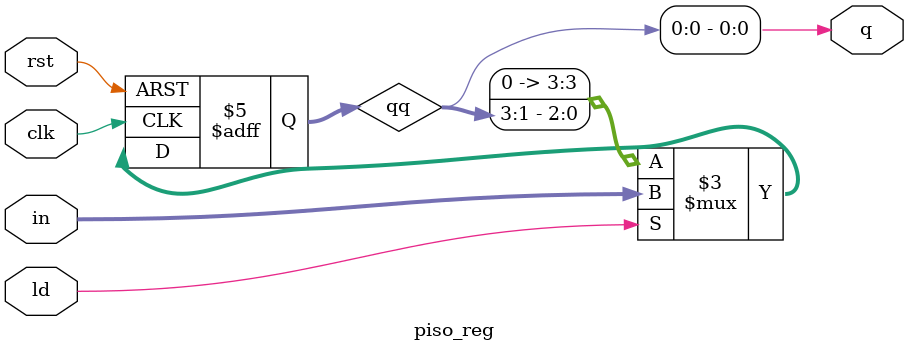
<source format=v>
`timescale 1ns / 1ps


module piso_reg(in,ld,clk,rst,q);
input ld,clk,rst;
input [3:0] in;
  output q;
  reg [3:0]qq;
  assign q=qq[0];
  always @ (posedge clk, posedge rst)
    begin
      if(rst)
         qq<=0; 
      else if(ld)
          qq <=in;
      else
        qq <= {1'b0,qq[3:1]};
    end
endmodule

</source>
